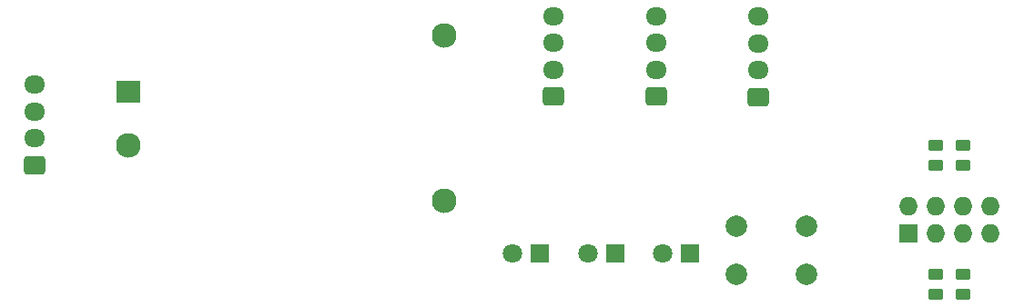
<source format=gbr>
%TF.GenerationSoftware,KiCad,Pcbnew,8.0.7*%
%TF.CreationDate,2025-01-26T18:01:06+01:00*%
%TF.ProjectId,ESP_PZEM004V3,4553505f-505a-4454-9d30-303456332e6b,rev?*%
%TF.SameCoordinates,Original*%
%TF.FileFunction,Soldermask,Top*%
%TF.FilePolarity,Negative*%
%FSLAX46Y46*%
G04 Gerber Fmt 4.6, Leading zero omitted, Abs format (unit mm)*
G04 Created by KiCad (PCBNEW 8.0.7) date 2025-01-26 18:01:06*
%MOMM*%
%LPD*%
G01*
G04 APERTURE LIST*
G04 Aperture macros list*
%AMRoundRect*
0 Rectangle with rounded corners*
0 $1 Rounding radius*
0 $2 $3 $4 $5 $6 $7 $8 $9 X,Y pos of 4 corners*
0 Add a 4 corners polygon primitive as box body*
4,1,4,$2,$3,$4,$5,$6,$7,$8,$9,$2,$3,0*
0 Add four circle primitives for the rounded corners*
1,1,$1+$1,$2,$3*
1,1,$1+$1,$4,$5*
1,1,$1+$1,$6,$7*
1,1,$1+$1,$8,$9*
0 Add four rect primitives between the rounded corners*
20,1,$1+$1,$2,$3,$4,$5,0*
20,1,$1+$1,$4,$5,$6,$7,0*
20,1,$1+$1,$6,$7,$8,$9,0*
20,1,$1+$1,$8,$9,$2,$3,0*%
G04 Aperture macros list end*
%ADD10RoundRect,0.250000X0.725000X-0.600000X0.725000X0.600000X-0.725000X0.600000X-0.725000X-0.600000X0*%
%ADD11O,1.950000X1.700000*%
%ADD12RoundRect,0.250000X0.450000X-0.262500X0.450000X0.262500X-0.450000X0.262500X-0.450000X-0.262500X0*%
%ADD13R,1.727200X1.727200*%
%ADD14O,1.727200X1.727200*%
%ADD15R,2.300000X2.000000*%
%ADD16C,2.300000*%
%ADD17C,2.000000*%
%ADD18R,1.800000X1.800000*%
%ADD19C,1.800000*%
G04 APERTURE END LIST*
D10*
%TO.C,J1*%
X147955000Y-94615000D03*
D11*
X147955000Y-92115000D03*
X147955000Y-89615000D03*
X147955000Y-87115000D03*
%TD*%
D10*
%TO.C,J2*%
X157480000Y-94615000D03*
D11*
X157480000Y-92115000D03*
X157480000Y-89615000D03*
X157480000Y-87115000D03*
%TD*%
D10*
%TO.C,J3*%
X167005000Y-94635000D03*
D11*
X167005000Y-92135000D03*
X167005000Y-89635000D03*
X167005000Y-87135000D03*
%TD*%
D12*
%TO.C,R6*%
X183515000Y-100985000D03*
X183515000Y-99160000D03*
%TD*%
D10*
%TO.C,J4*%
X99695000Y-100985000D03*
D11*
X99695000Y-98485000D03*
X99695000Y-95985000D03*
X99695000Y-93485000D03*
%TD*%
D12*
%TO.C,R5*%
X183515000Y-113030000D03*
X183515000Y-111205000D03*
%TD*%
D13*
%TO.C,U2*%
X180975000Y-107335000D03*
D14*
X180975000Y-104795000D03*
X183515000Y-107335000D03*
X183515000Y-104795000D03*
X186055000Y-107335000D03*
X186055000Y-104795000D03*
X188595000Y-107335000D03*
X188595000Y-104795000D03*
%TD*%
D12*
%TO.C,R7*%
X186055000Y-100985000D03*
X186055000Y-99160000D03*
%TD*%
%TO.C,R4*%
X186055000Y-113030000D03*
X186055000Y-111205000D03*
%TD*%
D15*
%TO.C,PS1*%
X108395000Y-94120000D03*
D16*
X108395000Y-99120000D03*
X137795000Y-88920000D03*
X137795000Y-104320000D03*
%TD*%
D17*
%TO.C,SW1*%
X171450000Y-106700000D03*
X164950000Y-106700000D03*
X171450000Y-111200000D03*
X164950000Y-111200000D03*
%TD*%
D18*
%TO.C,D3*%
X160655000Y-109240000D03*
D19*
X158115000Y-109240000D03*
%TD*%
D18*
%TO.C,D1*%
X146685000Y-109240000D03*
D19*
X144145000Y-109240000D03*
%TD*%
D18*
%TO.C,D2*%
X153670000Y-109240000D03*
D19*
X151130000Y-109240000D03*
%TD*%
M02*

</source>
